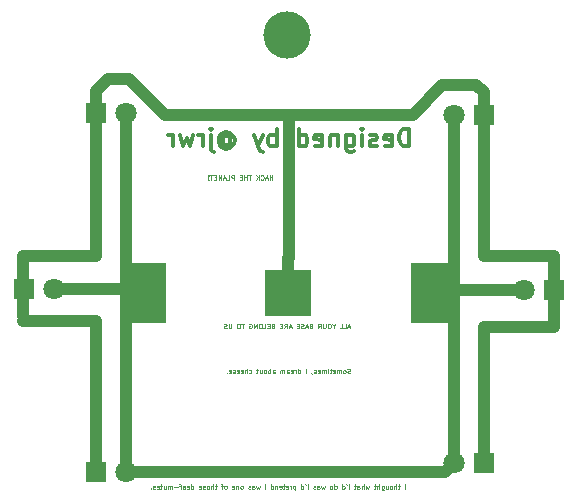
<source format=gbr>
G04 #@! TF.GenerationSoftware,KiCad,Pcbnew,(5.0.0)*
G04 #@! TF.CreationDate,2018-10-24T09:39:06-04:00*
G04 #@! TF.ProjectId,Interlock,496E7465726C6F636B2E6B696361645F,rev?*
G04 #@! TF.SameCoordinates,Original*
G04 #@! TF.FileFunction,Copper,L2,Bot,Signal*
G04 #@! TF.FilePolarity,Positive*
%FSLAX46Y46*%
G04 Gerber Fmt 4.6, Leading zero omitted, Abs format (unit mm)*
G04 Created by KiCad (PCBNEW (5.0.0)) date 10/24/18 09:39:06*
%MOMM*%
%LPD*%
G01*
G04 APERTURE LIST*
G04 #@! TA.AperFunction,NonConductor*
%ADD10C,0.100000*%
G04 #@! TD*
G04 #@! TA.AperFunction,NonConductor*
%ADD11C,0.300000*%
G04 #@! TD*
G04 #@! TA.AperFunction,SMDPad,CuDef*
%ADD12R,3.960000X3.960000*%
G04 #@! TD*
G04 #@! TA.AperFunction,SMDPad,CuDef*
%ADD13R,3.270000X5.080000*%
G04 #@! TD*
G04 #@! TA.AperFunction,ComponentPad*
%ADD14C,4.000000*%
G04 #@! TD*
G04 #@! TA.AperFunction,ComponentPad*
%ADD15C,1.800000*%
G04 #@! TD*
G04 #@! TA.AperFunction,ComponentPad*
%ADD16R,1.800000X1.800000*%
G04 #@! TD*
G04 #@! TA.AperFunction,Conductor*
%ADD17C,1.000000*%
G04 #@! TD*
G04 APERTURE END LIST*
D10*
X140118761Y-53012952D02*
X140118761Y-52612952D01*
X140118761Y-52803428D02*
X139890190Y-52803428D01*
X139890190Y-53012952D02*
X139890190Y-52612952D01*
X139718761Y-52898666D02*
X139528285Y-52898666D01*
X139756857Y-53012952D02*
X139623523Y-52612952D01*
X139490190Y-53012952D01*
X139128285Y-52974857D02*
X139147333Y-52993904D01*
X139204476Y-53012952D01*
X139242571Y-53012952D01*
X139299714Y-52993904D01*
X139337809Y-52955809D01*
X139356857Y-52917714D01*
X139375904Y-52841523D01*
X139375904Y-52784380D01*
X139356857Y-52708190D01*
X139337809Y-52670095D01*
X139299714Y-52632000D01*
X139242571Y-52612952D01*
X139204476Y-52612952D01*
X139147333Y-52632000D01*
X139128285Y-52651047D01*
X138956857Y-53012952D02*
X138956857Y-52612952D01*
X138728285Y-53012952D02*
X138899714Y-52784380D01*
X138728285Y-52612952D02*
X138956857Y-52841523D01*
X138309238Y-52612952D02*
X138080666Y-52612952D01*
X138194952Y-53012952D02*
X138194952Y-52612952D01*
X137947333Y-53012952D02*
X137947333Y-52612952D01*
X137947333Y-52803428D02*
X137718761Y-52803428D01*
X137718761Y-53012952D02*
X137718761Y-52612952D01*
X137528285Y-52803428D02*
X137394952Y-52803428D01*
X137337809Y-53012952D02*
X137528285Y-53012952D01*
X137528285Y-52612952D01*
X137337809Y-52612952D01*
X136861619Y-53012952D02*
X136861619Y-52612952D01*
X136709238Y-52612952D01*
X136671142Y-52632000D01*
X136652095Y-52651047D01*
X136633047Y-52689142D01*
X136633047Y-52746285D01*
X136652095Y-52784380D01*
X136671142Y-52803428D01*
X136709238Y-52822476D01*
X136861619Y-52822476D01*
X136271142Y-53012952D02*
X136461619Y-53012952D01*
X136461619Y-52612952D01*
X136156857Y-52898666D02*
X135966380Y-52898666D01*
X136194952Y-53012952D02*
X136061619Y-52612952D01*
X135928285Y-53012952D01*
X135794952Y-53012952D02*
X135794952Y-52612952D01*
X135566380Y-53012952D01*
X135566380Y-52612952D01*
X135375904Y-52803428D02*
X135242571Y-52803428D01*
X135185428Y-53012952D02*
X135375904Y-53012952D01*
X135375904Y-52612952D01*
X135185428Y-52612952D01*
X135071142Y-52612952D02*
X134842571Y-52612952D01*
X134956857Y-53012952D02*
X134956857Y-52612952D01*
X134709238Y-52974857D02*
X134690190Y-52993904D01*
X134709238Y-53012952D01*
X134728285Y-52993904D01*
X134709238Y-52974857D01*
X134709238Y-53012952D01*
X134709238Y-52860571D02*
X134728285Y-52632000D01*
X134709238Y-52612952D01*
X134690190Y-52632000D01*
X134709238Y-52860571D01*
X134709238Y-52612952D01*
X151341380Y-79174952D02*
X151341380Y-78774952D01*
X150903285Y-78908285D02*
X150750904Y-78908285D01*
X150846142Y-78774952D02*
X150846142Y-79117809D01*
X150827095Y-79155904D01*
X150789000Y-79174952D01*
X150750904Y-79174952D01*
X150617571Y-79174952D02*
X150617571Y-78774952D01*
X150446142Y-79174952D02*
X150446142Y-78965428D01*
X150465190Y-78927333D01*
X150503285Y-78908285D01*
X150560428Y-78908285D01*
X150598523Y-78927333D01*
X150617571Y-78946380D01*
X150198523Y-79174952D02*
X150236619Y-79155904D01*
X150255666Y-79136857D01*
X150274714Y-79098761D01*
X150274714Y-78984476D01*
X150255666Y-78946380D01*
X150236619Y-78927333D01*
X150198523Y-78908285D01*
X150141380Y-78908285D01*
X150103285Y-78927333D01*
X150084238Y-78946380D01*
X150065190Y-78984476D01*
X150065190Y-79098761D01*
X150084238Y-79136857D01*
X150103285Y-79155904D01*
X150141380Y-79174952D01*
X150198523Y-79174952D01*
X149722333Y-78908285D02*
X149722333Y-79174952D01*
X149893761Y-78908285D02*
X149893761Y-79117809D01*
X149874714Y-79155904D01*
X149836619Y-79174952D01*
X149779476Y-79174952D01*
X149741380Y-79155904D01*
X149722333Y-79136857D01*
X149360428Y-78908285D02*
X149360428Y-79232095D01*
X149379476Y-79270190D01*
X149398523Y-79289238D01*
X149436619Y-79308285D01*
X149493761Y-79308285D01*
X149531857Y-79289238D01*
X149360428Y-79155904D02*
X149398523Y-79174952D01*
X149474714Y-79174952D01*
X149512809Y-79155904D01*
X149531857Y-79136857D01*
X149550904Y-79098761D01*
X149550904Y-78984476D01*
X149531857Y-78946380D01*
X149512809Y-78927333D01*
X149474714Y-78908285D01*
X149398523Y-78908285D01*
X149360428Y-78927333D01*
X149169952Y-79174952D02*
X149169952Y-78774952D01*
X148998523Y-79174952D02*
X148998523Y-78965428D01*
X149017571Y-78927333D01*
X149055666Y-78908285D01*
X149112809Y-78908285D01*
X149150904Y-78927333D01*
X149169952Y-78946380D01*
X148865190Y-78908285D02*
X148712809Y-78908285D01*
X148808047Y-78774952D02*
X148808047Y-79117809D01*
X148789000Y-79155904D01*
X148750904Y-79174952D01*
X148712809Y-79174952D01*
X148312809Y-78908285D02*
X148236619Y-79174952D01*
X148160428Y-78984476D01*
X148084238Y-79174952D01*
X148008047Y-78908285D01*
X147855666Y-79174952D02*
X147855666Y-78774952D01*
X147684238Y-79174952D02*
X147684238Y-78965428D01*
X147703285Y-78927333D01*
X147741380Y-78908285D01*
X147798523Y-78908285D01*
X147836619Y-78927333D01*
X147855666Y-78946380D01*
X147322333Y-79174952D02*
X147322333Y-78965428D01*
X147341380Y-78927333D01*
X147379476Y-78908285D01*
X147455666Y-78908285D01*
X147493761Y-78927333D01*
X147322333Y-79155904D02*
X147360428Y-79174952D01*
X147455666Y-79174952D01*
X147493761Y-79155904D01*
X147512809Y-79117809D01*
X147512809Y-79079714D01*
X147493761Y-79041619D01*
X147455666Y-79022571D01*
X147360428Y-79022571D01*
X147322333Y-79003523D01*
X147189000Y-78908285D02*
X147036619Y-78908285D01*
X147131857Y-78774952D02*
X147131857Y-79117809D01*
X147112809Y-79155904D01*
X147074714Y-79174952D01*
X147036619Y-79174952D01*
X146598523Y-79174952D02*
X146598523Y-78774952D01*
X146389000Y-78774952D02*
X146427095Y-78851142D01*
X146046142Y-79174952D02*
X146046142Y-78774952D01*
X146046142Y-79155904D02*
X146084238Y-79174952D01*
X146160428Y-79174952D01*
X146198523Y-79155904D01*
X146217571Y-79136857D01*
X146236619Y-79098761D01*
X146236619Y-78984476D01*
X146217571Y-78946380D01*
X146198523Y-78927333D01*
X146160428Y-78908285D01*
X146084238Y-78908285D01*
X146046142Y-78927333D01*
X145379476Y-79174952D02*
X145379476Y-78774952D01*
X145379476Y-79155904D02*
X145417571Y-79174952D01*
X145493761Y-79174952D01*
X145531857Y-79155904D01*
X145550904Y-79136857D01*
X145569952Y-79098761D01*
X145569952Y-78984476D01*
X145550904Y-78946380D01*
X145531857Y-78927333D01*
X145493761Y-78908285D01*
X145417571Y-78908285D01*
X145379476Y-78927333D01*
X145131857Y-79174952D02*
X145169952Y-79155904D01*
X145189000Y-79136857D01*
X145208047Y-79098761D01*
X145208047Y-78984476D01*
X145189000Y-78946380D01*
X145169952Y-78927333D01*
X145131857Y-78908285D01*
X145074714Y-78908285D01*
X145036619Y-78927333D01*
X145017571Y-78946380D01*
X144998523Y-78984476D01*
X144998523Y-79098761D01*
X145017571Y-79136857D01*
X145036619Y-79155904D01*
X145074714Y-79174952D01*
X145131857Y-79174952D01*
X144560428Y-78908285D02*
X144484238Y-79174952D01*
X144408047Y-78984476D01*
X144331857Y-79174952D01*
X144255666Y-78908285D01*
X143931857Y-79174952D02*
X143931857Y-78965428D01*
X143950904Y-78927333D01*
X143989000Y-78908285D01*
X144065190Y-78908285D01*
X144103285Y-78927333D01*
X143931857Y-79155904D02*
X143969952Y-79174952D01*
X144065190Y-79174952D01*
X144103285Y-79155904D01*
X144122333Y-79117809D01*
X144122333Y-79079714D01*
X144103285Y-79041619D01*
X144065190Y-79022571D01*
X143969952Y-79022571D01*
X143931857Y-79003523D01*
X143760428Y-79155904D02*
X143722333Y-79174952D01*
X143646142Y-79174952D01*
X143608047Y-79155904D01*
X143589000Y-79117809D01*
X143589000Y-79098761D01*
X143608047Y-79060666D01*
X143646142Y-79041619D01*
X143703285Y-79041619D01*
X143741380Y-79022571D01*
X143760428Y-78984476D01*
X143760428Y-78965428D01*
X143741380Y-78927333D01*
X143703285Y-78908285D01*
X143646142Y-78908285D01*
X143608047Y-78927333D01*
X143112809Y-79174952D02*
X143112809Y-78774952D01*
X142903285Y-78774952D02*
X142941380Y-78851142D01*
X142560428Y-79174952D02*
X142560428Y-78774952D01*
X142560428Y-79155904D02*
X142598523Y-79174952D01*
X142674714Y-79174952D01*
X142712809Y-79155904D01*
X142731857Y-79136857D01*
X142750904Y-79098761D01*
X142750904Y-78984476D01*
X142731857Y-78946380D01*
X142712809Y-78927333D01*
X142674714Y-78908285D01*
X142598523Y-78908285D01*
X142560428Y-78927333D01*
X142065190Y-78908285D02*
X142065190Y-79308285D01*
X142065190Y-78927333D02*
X142027095Y-78908285D01*
X141950904Y-78908285D01*
X141912809Y-78927333D01*
X141893761Y-78946380D01*
X141874714Y-78984476D01*
X141874714Y-79098761D01*
X141893761Y-79136857D01*
X141912809Y-79155904D01*
X141950904Y-79174952D01*
X142027095Y-79174952D01*
X142065190Y-79155904D01*
X141703285Y-79174952D02*
X141703285Y-78908285D01*
X141703285Y-78984476D02*
X141684238Y-78946380D01*
X141665190Y-78927333D01*
X141627095Y-78908285D01*
X141589000Y-78908285D01*
X141303285Y-79155904D02*
X141341380Y-79174952D01*
X141417571Y-79174952D01*
X141455666Y-79155904D01*
X141474714Y-79117809D01*
X141474714Y-78965428D01*
X141455666Y-78927333D01*
X141417571Y-78908285D01*
X141341380Y-78908285D01*
X141303285Y-78927333D01*
X141284238Y-78965428D01*
X141284238Y-79003523D01*
X141474714Y-79041619D01*
X141169952Y-78908285D02*
X141017571Y-78908285D01*
X141112809Y-78774952D02*
X141112809Y-79117809D01*
X141093761Y-79155904D01*
X141055666Y-79174952D01*
X141017571Y-79174952D01*
X140731857Y-79155904D02*
X140769952Y-79174952D01*
X140846142Y-79174952D01*
X140884238Y-79155904D01*
X140903285Y-79117809D01*
X140903285Y-78965428D01*
X140884238Y-78927333D01*
X140846142Y-78908285D01*
X140769952Y-78908285D01*
X140731857Y-78927333D01*
X140712809Y-78965428D01*
X140712809Y-79003523D01*
X140903285Y-79041619D01*
X140541380Y-78908285D02*
X140541380Y-79174952D01*
X140541380Y-78946380D02*
X140522333Y-78927333D01*
X140484238Y-78908285D01*
X140427095Y-78908285D01*
X140389000Y-78927333D01*
X140369952Y-78965428D01*
X140369952Y-79174952D01*
X140008047Y-79174952D02*
X140008047Y-78774952D01*
X140008047Y-79155904D02*
X140046142Y-79174952D01*
X140122333Y-79174952D01*
X140160428Y-79155904D01*
X140179476Y-79136857D01*
X140198523Y-79098761D01*
X140198523Y-78984476D01*
X140179476Y-78946380D01*
X140160428Y-78927333D01*
X140122333Y-78908285D01*
X140046142Y-78908285D01*
X140008047Y-78927333D01*
X139512809Y-79174952D02*
X139512809Y-78774952D01*
X139055666Y-78908285D02*
X138979476Y-79174952D01*
X138903285Y-78984476D01*
X138827095Y-79174952D01*
X138750904Y-78908285D01*
X138427095Y-79174952D02*
X138427095Y-78965428D01*
X138446142Y-78927333D01*
X138484238Y-78908285D01*
X138560428Y-78908285D01*
X138598523Y-78927333D01*
X138427095Y-79155904D02*
X138465190Y-79174952D01*
X138560428Y-79174952D01*
X138598523Y-79155904D01*
X138617571Y-79117809D01*
X138617571Y-79079714D01*
X138598523Y-79041619D01*
X138560428Y-79022571D01*
X138465190Y-79022571D01*
X138427095Y-79003523D01*
X138255666Y-79155904D02*
X138217571Y-79174952D01*
X138141380Y-79174952D01*
X138103285Y-79155904D01*
X138084238Y-79117809D01*
X138084238Y-79098761D01*
X138103285Y-79060666D01*
X138141380Y-79041619D01*
X138198523Y-79041619D01*
X138236619Y-79022571D01*
X138255666Y-78984476D01*
X138255666Y-78965428D01*
X138236619Y-78927333D01*
X138198523Y-78908285D01*
X138141380Y-78908285D01*
X138103285Y-78927333D01*
X137550904Y-79174952D02*
X137589000Y-79155904D01*
X137608047Y-79136857D01*
X137627095Y-79098761D01*
X137627095Y-78984476D01*
X137608047Y-78946380D01*
X137589000Y-78927333D01*
X137550904Y-78908285D01*
X137493761Y-78908285D01*
X137455666Y-78927333D01*
X137436619Y-78946380D01*
X137417571Y-78984476D01*
X137417571Y-79098761D01*
X137436619Y-79136857D01*
X137455666Y-79155904D01*
X137493761Y-79174952D01*
X137550904Y-79174952D01*
X137246142Y-78908285D02*
X137246142Y-79174952D01*
X137246142Y-78946380D02*
X137227095Y-78927333D01*
X137189000Y-78908285D01*
X137131857Y-78908285D01*
X137093761Y-78927333D01*
X137074714Y-78965428D01*
X137074714Y-79174952D01*
X136731857Y-79155904D02*
X136769952Y-79174952D01*
X136846142Y-79174952D01*
X136884238Y-79155904D01*
X136903285Y-79117809D01*
X136903285Y-78965428D01*
X136884238Y-78927333D01*
X136846142Y-78908285D01*
X136769952Y-78908285D01*
X136731857Y-78927333D01*
X136712809Y-78965428D01*
X136712809Y-79003523D01*
X136903285Y-79041619D01*
X136179476Y-79174952D02*
X136217571Y-79155904D01*
X136236619Y-79136857D01*
X136255666Y-79098761D01*
X136255666Y-78984476D01*
X136236619Y-78946380D01*
X136217571Y-78927333D01*
X136179476Y-78908285D01*
X136122333Y-78908285D01*
X136084238Y-78927333D01*
X136065190Y-78946380D01*
X136046142Y-78984476D01*
X136046142Y-79098761D01*
X136065190Y-79136857D01*
X136084238Y-79155904D01*
X136122333Y-79174952D01*
X136179476Y-79174952D01*
X135931857Y-78908285D02*
X135779476Y-78908285D01*
X135874714Y-79174952D02*
X135874714Y-78832095D01*
X135855666Y-78794000D01*
X135817571Y-78774952D01*
X135779476Y-78774952D01*
X135398523Y-78908285D02*
X135246142Y-78908285D01*
X135341380Y-78774952D02*
X135341380Y-79117809D01*
X135322333Y-79155904D01*
X135284238Y-79174952D01*
X135246142Y-79174952D01*
X135112809Y-79174952D02*
X135112809Y-78774952D01*
X134941380Y-79174952D02*
X134941380Y-78965428D01*
X134960428Y-78927333D01*
X134998523Y-78908285D01*
X135055666Y-78908285D01*
X135093761Y-78927333D01*
X135112809Y-78946380D01*
X134693761Y-79174952D02*
X134731857Y-79155904D01*
X134750904Y-79136857D01*
X134769952Y-79098761D01*
X134769952Y-78984476D01*
X134750904Y-78946380D01*
X134731857Y-78927333D01*
X134693761Y-78908285D01*
X134636619Y-78908285D01*
X134598523Y-78927333D01*
X134579476Y-78946380D01*
X134560428Y-78984476D01*
X134560428Y-79098761D01*
X134579476Y-79136857D01*
X134598523Y-79155904D01*
X134636619Y-79174952D01*
X134693761Y-79174952D01*
X134408047Y-79155904D02*
X134369952Y-79174952D01*
X134293761Y-79174952D01*
X134255666Y-79155904D01*
X134236619Y-79117809D01*
X134236619Y-79098761D01*
X134255666Y-79060666D01*
X134293761Y-79041619D01*
X134350904Y-79041619D01*
X134389000Y-79022571D01*
X134408047Y-78984476D01*
X134408047Y-78965428D01*
X134389000Y-78927333D01*
X134350904Y-78908285D01*
X134293761Y-78908285D01*
X134255666Y-78927333D01*
X133912809Y-79155904D02*
X133950904Y-79174952D01*
X134027095Y-79174952D01*
X134065190Y-79155904D01*
X134084238Y-79117809D01*
X134084238Y-78965428D01*
X134065190Y-78927333D01*
X134027095Y-78908285D01*
X133950904Y-78908285D01*
X133912809Y-78927333D01*
X133893761Y-78965428D01*
X133893761Y-79003523D01*
X134084238Y-79041619D01*
X133246142Y-79174952D02*
X133246142Y-78774952D01*
X133246142Y-79155904D02*
X133284238Y-79174952D01*
X133360428Y-79174952D01*
X133398523Y-79155904D01*
X133417571Y-79136857D01*
X133436619Y-79098761D01*
X133436619Y-78984476D01*
X133417571Y-78946380D01*
X133398523Y-78927333D01*
X133360428Y-78908285D01*
X133284238Y-78908285D01*
X133246142Y-78927333D01*
X132903285Y-79155904D02*
X132941380Y-79174952D01*
X133017571Y-79174952D01*
X133055666Y-79155904D01*
X133074714Y-79117809D01*
X133074714Y-78965428D01*
X133055666Y-78927333D01*
X133017571Y-78908285D01*
X132941380Y-78908285D01*
X132903285Y-78927333D01*
X132884238Y-78965428D01*
X132884238Y-79003523D01*
X133074714Y-79041619D01*
X132541380Y-79174952D02*
X132541380Y-78965428D01*
X132560428Y-78927333D01*
X132598523Y-78908285D01*
X132674714Y-78908285D01*
X132712809Y-78927333D01*
X132541380Y-79155904D02*
X132579476Y-79174952D01*
X132674714Y-79174952D01*
X132712809Y-79155904D01*
X132731857Y-79117809D01*
X132731857Y-79079714D01*
X132712809Y-79041619D01*
X132674714Y-79022571D01*
X132579476Y-79022571D01*
X132541380Y-79003523D01*
X132408047Y-78908285D02*
X132255666Y-78908285D01*
X132350904Y-79174952D02*
X132350904Y-78832095D01*
X132331857Y-78794000D01*
X132293761Y-78774952D01*
X132255666Y-78774952D01*
X132122333Y-79022571D02*
X131817571Y-79022571D01*
X131627095Y-79174952D02*
X131627095Y-78908285D01*
X131627095Y-78946380D02*
X131608047Y-78927333D01*
X131569952Y-78908285D01*
X131512809Y-78908285D01*
X131474714Y-78927333D01*
X131455666Y-78965428D01*
X131455666Y-79174952D01*
X131455666Y-78965428D02*
X131436619Y-78927333D01*
X131398523Y-78908285D01*
X131341380Y-78908285D01*
X131303285Y-78927333D01*
X131284238Y-78965428D01*
X131284238Y-79174952D01*
X130922333Y-78908285D02*
X130922333Y-79174952D01*
X131093761Y-78908285D02*
X131093761Y-79117809D01*
X131074714Y-79155904D01*
X131036619Y-79174952D01*
X130979476Y-79174952D01*
X130941380Y-79155904D01*
X130922333Y-79136857D01*
X130789000Y-78908285D02*
X130636619Y-78908285D01*
X130731857Y-78774952D02*
X130731857Y-79117809D01*
X130712809Y-79155904D01*
X130674714Y-79174952D01*
X130636619Y-79174952D01*
X130350904Y-79155904D02*
X130389000Y-79174952D01*
X130465190Y-79174952D01*
X130503285Y-79155904D01*
X130522333Y-79117809D01*
X130522333Y-78965428D01*
X130503285Y-78927333D01*
X130465190Y-78908285D01*
X130389000Y-78908285D01*
X130350904Y-78927333D01*
X130331857Y-78965428D01*
X130331857Y-79003523D01*
X130522333Y-79041619D01*
X130179476Y-79155904D02*
X130141380Y-79174952D01*
X130065190Y-79174952D01*
X130027095Y-79155904D01*
X130008047Y-79117809D01*
X130008047Y-79098761D01*
X130027095Y-79060666D01*
X130065190Y-79041619D01*
X130122333Y-79041619D01*
X130160428Y-79022571D01*
X130179476Y-78984476D01*
X130179476Y-78965428D01*
X130160428Y-78927333D01*
X130122333Y-78908285D01*
X130065190Y-78908285D01*
X130027095Y-78927333D01*
X129836619Y-79136857D02*
X129817571Y-79155904D01*
X129836619Y-79174952D01*
X129855666Y-79155904D01*
X129836619Y-79136857D01*
X129836619Y-79174952D01*
X146693857Y-65471666D02*
X146503380Y-65471666D01*
X146731952Y-65585952D02*
X146598619Y-65185952D01*
X146465285Y-65585952D01*
X146141476Y-65585952D02*
X146331952Y-65585952D01*
X146331952Y-65185952D01*
X145817666Y-65585952D02*
X146008142Y-65585952D01*
X146008142Y-65185952D01*
X145303380Y-65395476D02*
X145303380Y-65585952D01*
X145436714Y-65185952D02*
X145303380Y-65395476D01*
X145170047Y-65185952D01*
X144960523Y-65185952D02*
X144884333Y-65185952D01*
X144846238Y-65205000D01*
X144808142Y-65243095D01*
X144789095Y-65319285D01*
X144789095Y-65452619D01*
X144808142Y-65528809D01*
X144846238Y-65566904D01*
X144884333Y-65585952D01*
X144960523Y-65585952D01*
X144998619Y-65566904D01*
X145036714Y-65528809D01*
X145055761Y-65452619D01*
X145055761Y-65319285D01*
X145036714Y-65243095D01*
X144998619Y-65205000D01*
X144960523Y-65185952D01*
X144617666Y-65185952D02*
X144617666Y-65509761D01*
X144598619Y-65547857D01*
X144579571Y-65566904D01*
X144541476Y-65585952D01*
X144465285Y-65585952D01*
X144427190Y-65566904D01*
X144408142Y-65547857D01*
X144389095Y-65509761D01*
X144389095Y-65185952D01*
X143970047Y-65585952D02*
X144103380Y-65395476D01*
X144198619Y-65585952D02*
X144198619Y-65185952D01*
X144046238Y-65185952D01*
X144008142Y-65205000D01*
X143989095Y-65224047D01*
X143970047Y-65262142D01*
X143970047Y-65319285D01*
X143989095Y-65357380D01*
X144008142Y-65376428D01*
X144046238Y-65395476D01*
X144198619Y-65395476D01*
X143360523Y-65376428D02*
X143303380Y-65395476D01*
X143284333Y-65414523D01*
X143265285Y-65452619D01*
X143265285Y-65509761D01*
X143284333Y-65547857D01*
X143303380Y-65566904D01*
X143341476Y-65585952D01*
X143493857Y-65585952D01*
X143493857Y-65185952D01*
X143360523Y-65185952D01*
X143322428Y-65205000D01*
X143303380Y-65224047D01*
X143284333Y-65262142D01*
X143284333Y-65300238D01*
X143303380Y-65338333D01*
X143322428Y-65357380D01*
X143360523Y-65376428D01*
X143493857Y-65376428D01*
X143112904Y-65471666D02*
X142922428Y-65471666D01*
X143151000Y-65585952D02*
X143017666Y-65185952D01*
X142884333Y-65585952D01*
X142770047Y-65566904D02*
X142712904Y-65585952D01*
X142617666Y-65585952D01*
X142579571Y-65566904D01*
X142560523Y-65547857D01*
X142541476Y-65509761D01*
X142541476Y-65471666D01*
X142560523Y-65433571D01*
X142579571Y-65414523D01*
X142617666Y-65395476D01*
X142693857Y-65376428D01*
X142731952Y-65357380D01*
X142751000Y-65338333D01*
X142770047Y-65300238D01*
X142770047Y-65262142D01*
X142751000Y-65224047D01*
X142731952Y-65205000D01*
X142693857Y-65185952D01*
X142598619Y-65185952D01*
X142541476Y-65205000D01*
X142370047Y-65376428D02*
X142236714Y-65376428D01*
X142179571Y-65585952D02*
X142370047Y-65585952D01*
X142370047Y-65185952D01*
X142179571Y-65185952D01*
X141722428Y-65471666D02*
X141531952Y-65471666D01*
X141760523Y-65585952D02*
X141627190Y-65185952D01*
X141493857Y-65585952D01*
X141131952Y-65585952D02*
X141265285Y-65395476D01*
X141360523Y-65585952D02*
X141360523Y-65185952D01*
X141208142Y-65185952D01*
X141170047Y-65205000D01*
X141151000Y-65224047D01*
X141131952Y-65262142D01*
X141131952Y-65319285D01*
X141151000Y-65357380D01*
X141170047Y-65376428D01*
X141208142Y-65395476D01*
X141360523Y-65395476D01*
X140960523Y-65376428D02*
X140827190Y-65376428D01*
X140770047Y-65585952D02*
X140960523Y-65585952D01*
X140960523Y-65185952D01*
X140770047Y-65185952D01*
X140160523Y-65376428D02*
X140103380Y-65395476D01*
X140084333Y-65414523D01*
X140065285Y-65452619D01*
X140065285Y-65509761D01*
X140084333Y-65547857D01*
X140103380Y-65566904D01*
X140141476Y-65585952D01*
X140293857Y-65585952D01*
X140293857Y-65185952D01*
X140160523Y-65185952D01*
X140122428Y-65205000D01*
X140103380Y-65224047D01*
X140084333Y-65262142D01*
X140084333Y-65300238D01*
X140103380Y-65338333D01*
X140122428Y-65357380D01*
X140160523Y-65376428D01*
X140293857Y-65376428D01*
X139893857Y-65376428D02*
X139760523Y-65376428D01*
X139703380Y-65585952D02*
X139893857Y-65585952D01*
X139893857Y-65185952D01*
X139703380Y-65185952D01*
X139341476Y-65585952D02*
X139531952Y-65585952D01*
X139531952Y-65185952D01*
X139131952Y-65185952D02*
X139055761Y-65185952D01*
X139017666Y-65205000D01*
X138979571Y-65243095D01*
X138960523Y-65319285D01*
X138960523Y-65452619D01*
X138979571Y-65528809D01*
X139017666Y-65566904D01*
X139055761Y-65585952D01*
X139131952Y-65585952D01*
X139170047Y-65566904D01*
X139208142Y-65528809D01*
X139227190Y-65452619D01*
X139227190Y-65319285D01*
X139208142Y-65243095D01*
X139170047Y-65205000D01*
X139131952Y-65185952D01*
X138789095Y-65585952D02*
X138789095Y-65185952D01*
X138560523Y-65585952D01*
X138560523Y-65185952D01*
X138160523Y-65205000D02*
X138198619Y-65185952D01*
X138255761Y-65185952D01*
X138312904Y-65205000D01*
X138351000Y-65243095D01*
X138370047Y-65281190D01*
X138389095Y-65357380D01*
X138389095Y-65414523D01*
X138370047Y-65490714D01*
X138351000Y-65528809D01*
X138312904Y-65566904D01*
X138255761Y-65585952D01*
X138217666Y-65585952D01*
X138160523Y-65566904D01*
X138141476Y-65547857D01*
X138141476Y-65414523D01*
X138217666Y-65414523D01*
X137722428Y-65185952D02*
X137493857Y-65185952D01*
X137608142Y-65585952D02*
X137608142Y-65185952D01*
X137284333Y-65185952D02*
X137208142Y-65185952D01*
X137170047Y-65205000D01*
X137131952Y-65243095D01*
X137112904Y-65319285D01*
X137112904Y-65452619D01*
X137131952Y-65528809D01*
X137170047Y-65566904D01*
X137208142Y-65585952D01*
X137284333Y-65585952D01*
X137322428Y-65566904D01*
X137360523Y-65528809D01*
X137379571Y-65452619D01*
X137379571Y-65319285D01*
X137360523Y-65243095D01*
X137322428Y-65205000D01*
X137284333Y-65185952D01*
X136636714Y-65185952D02*
X136636714Y-65509761D01*
X136617666Y-65547857D01*
X136598619Y-65566904D01*
X136560523Y-65585952D01*
X136484333Y-65585952D01*
X136446238Y-65566904D01*
X136427190Y-65547857D01*
X136408142Y-65509761D01*
X136408142Y-65185952D01*
X136236714Y-65566904D02*
X136179571Y-65585952D01*
X136084333Y-65585952D01*
X136046238Y-65566904D01*
X136027190Y-65547857D01*
X136008142Y-65509761D01*
X136008142Y-65471666D01*
X136027190Y-65433571D01*
X136046238Y-65414523D01*
X136084333Y-65395476D01*
X136160523Y-65376428D01*
X136198619Y-65357380D01*
X136217666Y-65338333D01*
X136236714Y-65300238D01*
X136236714Y-65262142D01*
X136217666Y-65224047D01*
X136198619Y-65205000D01*
X136160523Y-65185952D01*
X136065285Y-65185952D01*
X136008142Y-65205000D01*
X146706571Y-69376904D02*
X146649428Y-69395952D01*
X146554190Y-69395952D01*
X146516095Y-69376904D01*
X146497047Y-69357857D01*
X146478000Y-69319761D01*
X146478000Y-69281666D01*
X146497047Y-69243571D01*
X146516095Y-69224523D01*
X146554190Y-69205476D01*
X146630380Y-69186428D01*
X146668476Y-69167380D01*
X146687523Y-69148333D01*
X146706571Y-69110238D01*
X146706571Y-69072142D01*
X146687523Y-69034047D01*
X146668476Y-69015000D01*
X146630380Y-68995952D01*
X146535142Y-68995952D01*
X146478000Y-69015000D01*
X146249428Y-69395952D02*
X146287523Y-69376904D01*
X146306571Y-69357857D01*
X146325619Y-69319761D01*
X146325619Y-69205476D01*
X146306571Y-69167380D01*
X146287523Y-69148333D01*
X146249428Y-69129285D01*
X146192285Y-69129285D01*
X146154190Y-69148333D01*
X146135142Y-69167380D01*
X146116095Y-69205476D01*
X146116095Y-69319761D01*
X146135142Y-69357857D01*
X146154190Y-69376904D01*
X146192285Y-69395952D01*
X146249428Y-69395952D01*
X145944666Y-69395952D02*
X145944666Y-69129285D01*
X145944666Y-69167380D02*
X145925619Y-69148333D01*
X145887523Y-69129285D01*
X145830380Y-69129285D01*
X145792285Y-69148333D01*
X145773238Y-69186428D01*
X145773238Y-69395952D01*
X145773238Y-69186428D02*
X145754190Y-69148333D01*
X145716095Y-69129285D01*
X145658952Y-69129285D01*
X145620857Y-69148333D01*
X145601809Y-69186428D01*
X145601809Y-69395952D01*
X145258952Y-69376904D02*
X145297047Y-69395952D01*
X145373238Y-69395952D01*
X145411333Y-69376904D01*
X145430380Y-69338809D01*
X145430380Y-69186428D01*
X145411333Y-69148333D01*
X145373238Y-69129285D01*
X145297047Y-69129285D01*
X145258952Y-69148333D01*
X145239904Y-69186428D01*
X145239904Y-69224523D01*
X145430380Y-69262619D01*
X145125619Y-69129285D02*
X144973238Y-69129285D01*
X145068476Y-68995952D02*
X145068476Y-69338809D01*
X145049428Y-69376904D01*
X145011333Y-69395952D01*
X144973238Y-69395952D01*
X144839904Y-69395952D02*
X144839904Y-69129285D01*
X144839904Y-68995952D02*
X144858952Y-69015000D01*
X144839904Y-69034047D01*
X144820857Y-69015000D01*
X144839904Y-68995952D01*
X144839904Y-69034047D01*
X144649428Y-69395952D02*
X144649428Y-69129285D01*
X144649428Y-69167380D02*
X144630380Y-69148333D01*
X144592285Y-69129285D01*
X144535142Y-69129285D01*
X144497047Y-69148333D01*
X144478000Y-69186428D01*
X144478000Y-69395952D01*
X144478000Y-69186428D02*
X144458952Y-69148333D01*
X144420857Y-69129285D01*
X144363714Y-69129285D01*
X144325619Y-69148333D01*
X144306571Y-69186428D01*
X144306571Y-69395952D01*
X143963714Y-69376904D02*
X144001809Y-69395952D01*
X144078000Y-69395952D01*
X144116095Y-69376904D01*
X144135142Y-69338809D01*
X144135142Y-69186428D01*
X144116095Y-69148333D01*
X144078000Y-69129285D01*
X144001809Y-69129285D01*
X143963714Y-69148333D01*
X143944666Y-69186428D01*
X143944666Y-69224523D01*
X144135142Y-69262619D01*
X143792285Y-69376904D02*
X143754190Y-69395952D01*
X143678000Y-69395952D01*
X143639904Y-69376904D01*
X143620857Y-69338809D01*
X143620857Y-69319761D01*
X143639904Y-69281666D01*
X143678000Y-69262619D01*
X143735142Y-69262619D01*
X143773238Y-69243571D01*
X143792285Y-69205476D01*
X143792285Y-69186428D01*
X143773238Y-69148333D01*
X143735142Y-69129285D01*
X143678000Y-69129285D01*
X143639904Y-69148333D01*
X143430380Y-69376904D02*
X143430380Y-69395952D01*
X143449428Y-69434047D01*
X143468476Y-69453095D01*
X142954190Y-69395952D02*
X142954190Y-68995952D01*
X142287523Y-69395952D02*
X142287523Y-68995952D01*
X142287523Y-69376904D02*
X142325619Y-69395952D01*
X142401809Y-69395952D01*
X142439904Y-69376904D01*
X142458952Y-69357857D01*
X142478000Y-69319761D01*
X142478000Y-69205476D01*
X142458952Y-69167380D01*
X142439904Y-69148333D01*
X142401809Y-69129285D01*
X142325619Y-69129285D01*
X142287523Y-69148333D01*
X142097047Y-69395952D02*
X142097047Y-69129285D01*
X142097047Y-69205476D02*
X142078000Y-69167380D01*
X142058952Y-69148333D01*
X142020857Y-69129285D01*
X141982761Y-69129285D01*
X141697047Y-69376904D02*
X141735142Y-69395952D01*
X141811333Y-69395952D01*
X141849428Y-69376904D01*
X141868476Y-69338809D01*
X141868476Y-69186428D01*
X141849428Y-69148333D01*
X141811333Y-69129285D01*
X141735142Y-69129285D01*
X141697047Y-69148333D01*
X141678000Y-69186428D01*
X141678000Y-69224523D01*
X141868476Y-69262619D01*
X141335142Y-69395952D02*
X141335142Y-69186428D01*
X141354190Y-69148333D01*
X141392285Y-69129285D01*
X141468476Y-69129285D01*
X141506571Y-69148333D01*
X141335142Y-69376904D02*
X141373238Y-69395952D01*
X141468476Y-69395952D01*
X141506571Y-69376904D01*
X141525619Y-69338809D01*
X141525619Y-69300714D01*
X141506571Y-69262619D01*
X141468476Y-69243571D01*
X141373238Y-69243571D01*
X141335142Y-69224523D01*
X141144666Y-69395952D02*
X141144666Y-69129285D01*
X141144666Y-69167380D02*
X141125619Y-69148333D01*
X141087523Y-69129285D01*
X141030380Y-69129285D01*
X140992285Y-69148333D01*
X140973238Y-69186428D01*
X140973238Y-69395952D01*
X140973238Y-69186428D02*
X140954190Y-69148333D01*
X140916095Y-69129285D01*
X140858952Y-69129285D01*
X140820857Y-69148333D01*
X140801809Y-69186428D01*
X140801809Y-69395952D01*
X140135142Y-69395952D02*
X140135142Y-69186428D01*
X140154190Y-69148333D01*
X140192285Y-69129285D01*
X140268476Y-69129285D01*
X140306571Y-69148333D01*
X140135142Y-69376904D02*
X140173238Y-69395952D01*
X140268476Y-69395952D01*
X140306571Y-69376904D01*
X140325619Y-69338809D01*
X140325619Y-69300714D01*
X140306571Y-69262619D01*
X140268476Y-69243571D01*
X140173238Y-69243571D01*
X140135142Y-69224523D01*
X139944666Y-69395952D02*
X139944666Y-68995952D01*
X139944666Y-69148333D02*
X139906571Y-69129285D01*
X139830380Y-69129285D01*
X139792285Y-69148333D01*
X139773238Y-69167380D01*
X139754190Y-69205476D01*
X139754190Y-69319761D01*
X139773238Y-69357857D01*
X139792285Y-69376904D01*
X139830380Y-69395952D01*
X139906571Y-69395952D01*
X139944666Y-69376904D01*
X139525619Y-69395952D02*
X139563714Y-69376904D01*
X139582761Y-69357857D01*
X139601809Y-69319761D01*
X139601809Y-69205476D01*
X139582761Y-69167380D01*
X139563714Y-69148333D01*
X139525619Y-69129285D01*
X139468476Y-69129285D01*
X139430380Y-69148333D01*
X139411333Y-69167380D01*
X139392285Y-69205476D01*
X139392285Y-69319761D01*
X139411333Y-69357857D01*
X139430380Y-69376904D01*
X139468476Y-69395952D01*
X139525619Y-69395952D01*
X139049428Y-69129285D02*
X139049428Y-69395952D01*
X139220857Y-69129285D02*
X139220857Y-69338809D01*
X139201809Y-69376904D01*
X139163714Y-69395952D01*
X139106571Y-69395952D01*
X139068476Y-69376904D01*
X139049428Y-69357857D01*
X138916095Y-69129285D02*
X138763714Y-69129285D01*
X138858952Y-68995952D02*
X138858952Y-69338809D01*
X138839904Y-69376904D01*
X138801809Y-69395952D01*
X138763714Y-69395952D01*
X138154190Y-69376904D02*
X138192285Y-69395952D01*
X138268476Y-69395952D01*
X138306571Y-69376904D01*
X138325619Y-69357857D01*
X138344666Y-69319761D01*
X138344666Y-69205476D01*
X138325619Y-69167380D01*
X138306571Y-69148333D01*
X138268476Y-69129285D01*
X138192285Y-69129285D01*
X138154190Y-69148333D01*
X137982761Y-69395952D02*
X137982761Y-68995952D01*
X137811333Y-69395952D02*
X137811333Y-69186428D01*
X137830380Y-69148333D01*
X137868476Y-69129285D01*
X137925619Y-69129285D01*
X137963714Y-69148333D01*
X137982761Y-69167380D01*
X137468476Y-69376904D02*
X137506571Y-69395952D01*
X137582761Y-69395952D01*
X137620857Y-69376904D01*
X137639904Y-69338809D01*
X137639904Y-69186428D01*
X137620857Y-69148333D01*
X137582761Y-69129285D01*
X137506571Y-69129285D01*
X137468476Y-69148333D01*
X137449428Y-69186428D01*
X137449428Y-69224523D01*
X137639904Y-69262619D01*
X137125619Y-69376904D02*
X137163714Y-69395952D01*
X137239904Y-69395952D01*
X137278000Y-69376904D01*
X137297047Y-69338809D01*
X137297047Y-69186428D01*
X137278000Y-69148333D01*
X137239904Y-69129285D01*
X137163714Y-69129285D01*
X137125619Y-69148333D01*
X137106571Y-69186428D01*
X137106571Y-69224523D01*
X137297047Y-69262619D01*
X136954190Y-69376904D02*
X136916095Y-69395952D01*
X136839904Y-69395952D01*
X136801809Y-69376904D01*
X136782761Y-69338809D01*
X136782761Y-69319761D01*
X136801809Y-69281666D01*
X136839904Y-69262619D01*
X136897047Y-69262619D01*
X136935142Y-69243571D01*
X136954190Y-69205476D01*
X136954190Y-69186428D01*
X136935142Y-69148333D01*
X136897047Y-69129285D01*
X136839904Y-69129285D01*
X136801809Y-69148333D01*
X136458952Y-69376904D02*
X136497047Y-69395952D01*
X136573238Y-69395952D01*
X136611333Y-69376904D01*
X136630380Y-69338809D01*
X136630380Y-69186428D01*
X136611333Y-69148333D01*
X136573238Y-69129285D01*
X136497047Y-69129285D01*
X136458952Y-69148333D01*
X136439904Y-69186428D01*
X136439904Y-69224523D01*
X136630380Y-69262619D01*
X136268476Y-69357857D02*
X136249428Y-69376904D01*
X136268476Y-69395952D01*
X136287523Y-69376904D01*
X136268476Y-69357857D01*
X136268476Y-69395952D01*
D11*
X151712142Y-50178571D02*
X151712142Y-48678571D01*
X151355000Y-48678571D01*
X151140714Y-48750000D01*
X150997857Y-48892857D01*
X150926428Y-49035714D01*
X150855000Y-49321428D01*
X150855000Y-49535714D01*
X150926428Y-49821428D01*
X150997857Y-49964285D01*
X151140714Y-50107142D01*
X151355000Y-50178571D01*
X151712142Y-50178571D01*
X149640714Y-50107142D02*
X149783571Y-50178571D01*
X150069285Y-50178571D01*
X150212142Y-50107142D01*
X150283571Y-49964285D01*
X150283571Y-49392857D01*
X150212142Y-49250000D01*
X150069285Y-49178571D01*
X149783571Y-49178571D01*
X149640714Y-49250000D01*
X149569285Y-49392857D01*
X149569285Y-49535714D01*
X150283571Y-49678571D01*
X148997857Y-50107142D02*
X148855000Y-50178571D01*
X148569285Y-50178571D01*
X148426428Y-50107142D01*
X148355000Y-49964285D01*
X148355000Y-49892857D01*
X148426428Y-49750000D01*
X148569285Y-49678571D01*
X148783571Y-49678571D01*
X148926428Y-49607142D01*
X148997857Y-49464285D01*
X148997857Y-49392857D01*
X148926428Y-49250000D01*
X148783571Y-49178571D01*
X148569285Y-49178571D01*
X148426428Y-49250000D01*
X147712142Y-50178571D02*
X147712142Y-49178571D01*
X147712142Y-48678571D02*
X147783571Y-48750000D01*
X147712142Y-48821428D01*
X147640714Y-48750000D01*
X147712142Y-48678571D01*
X147712142Y-48821428D01*
X146355000Y-49178571D02*
X146355000Y-50392857D01*
X146426428Y-50535714D01*
X146497857Y-50607142D01*
X146640714Y-50678571D01*
X146855000Y-50678571D01*
X146997857Y-50607142D01*
X146355000Y-50107142D02*
X146497857Y-50178571D01*
X146783571Y-50178571D01*
X146926428Y-50107142D01*
X146997857Y-50035714D01*
X147069285Y-49892857D01*
X147069285Y-49464285D01*
X146997857Y-49321428D01*
X146926428Y-49250000D01*
X146783571Y-49178571D01*
X146497857Y-49178571D01*
X146355000Y-49250000D01*
X145640714Y-49178571D02*
X145640714Y-50178571D01*
X145640714Y-49321428D02*
X145569285Y-49250000D01*
X145426428Y-49178571D01*
X145212142Y-49178571D01*
X145069285Y-49250000D01*
X144997857Y-49392857D01*
X144997857Y-50178571D01*
X143712142Y-50107142D02*
X143855000Y-50178571D01*
X144140714Y-50178571D01*
X144283571Y-50107142D01*
X144355000Y-49964285D01*
X144355000Y-49392857D01*
X144283571Y-49250000D01*
X144140714Y-49178571D01*
X143855000Y-49178571D01*
X143712142Y-49250000D01*
X143640714Y-49392857D01*
X143640714Y-49535714D01*
X144355000Y-49678571D01*
X142355000Y-50178571D02*
X142355000Y-48678571D01*
X142355000Y-50107142D02*
X142497857Y-50178571D01*
X142783571Y-50178571D01*
X142926428Y-50107142D01*
X142997857Y-50035714D01*
X143069285Y-49892857D01*
X143069285Y-49464285D01*
X142997857Y-49321428D01*
X142926428Y-49250000D01*
X142783571Y-49178571D01*
X142497857Y-49178571D01*
X142355000Y-49250000D01*
X140497857Y-50178571D02*
X140497857Y-48678571D01*
X140497857Y-49250000D02*
X140355000Y-49178571D01*
X140069285Y-49178571D01*
X139926428Y-49250000D01*
X139855000Y-49321428D01*
X139783571Y-49464285D01*
X139783571Y-49892857D01*
X139855000Y-50035714D01*
X139926428Y-50107142D01*
X140069285Y-50178571D01*
X140355000Y-50178571D01*
X140497857Y-50107142D01*
X139283571Y-49178571D02*
X138926428Y-50178571D01*
X138569285Y-49178571D02*
X138926428Y-50178571D01*
X139069285Y-50535714D01*
X139140714Y-50607142D01*
X139283571Y-50678571D01*
X135926428Y-49464285D02*
X135997857Y-49392857D01*
X136140714Y-49321428D01*
X136283571Y-49321428D01*
X136426428Y-49392857D01*
X136497857Y-49464285D01*
X136569285Y-49607142D01*
X136569285Y-49750000D01*
X136497857Y-49892857D01*
X136426428Y-49964285D01*
X136283571Y-50035714D01*
X136140714Y-50035714D01*
X135997857Y-49964285D01*
X135926428Y-49892857D01*
X135926428Y-49321428D02*
X135926428Y-49892857D01*
X135855000Y-49964285D01*
X135783571Y-49964285D01*
X135640714Y-49892857D01*
X135569285Y-49750000D01*
X135569285Y-49392857D01*
X135712142Y-49178571D01*
X135926428Y-49035714D01*
X136212142Y-48964285D01*
X136497857Y-49035714D01*
X136712142Y-49178571D01*
X136855000Y-49392857D01*
X136926428Y-49678571D01*
X136855000Y-49964285D01*
X136712142Y-50178571D01*
X136497857Y-50321428D01*
X136212142Y-50392857D01*
X135926428Y-50321428D01*
X135712142Y-50178571D01*
X134926428Y-49178571D02*
X134926428Y-50464285D01*
X134997857Y-50607142D01*
X135140714Y-50678571D01*
X135212142Y-50678571D01*
X134926428Y-48678571D02*
X134997857Y-48750000D01*
X134926428Y-48821428D01*
X134855000Y-48750000D01*
X134926428Y-48678571D01*
X134926428Y-48821428D01*
X134212142Y-50178571D02*
X134212142Y-49178571D01*
X134212142Y-49464285D02*
X134140714Y-49321428D01*
X134069285Y-49250000D01*
X133926428Y-49178571D01*
X133783571Y-49178571D01*
X133426428Y-49178571D02*
X133140714Y-50178571D01*
X132855000Y-49464285D01*
X132569285Y-50178571D01*
X132283571Y-49178571D01*
X131712142Y-50178571D02*
X131712142Y-49178571D01*
X131712142Y-49464285D02*
X131640714Y-49321428D01*
X131569285Y-49250000D01*
X131426428Y-49178571D01*
X131283571Y-49178571D01*
D12*
G04 #@! TO.P,,2*
G04 #@! TO.N,Net-(BT2032-Pad2)*
X141478000Y-62611000D03*
D13*
G04 #@! TO.P,,1*
G04 #@! TO.N,Net-(BT2032-Pad1)*
X153478000Y-62611000D03*
X129478000Y-62611000D03*
G04 #@! TD*
D14*
G04 #@! TO.P,,1*
G04 #@! TO.N,N/C*
X141351000Y-40767000D03*
G04 #@! TD*
D15*
G04 #@! TO.P,,2*
G04 #@! TO.N,Net-(BT2032-Pad1)*
X155460000Y-47500000D03*
D16*
G04 #@! TO.P,,1*
G04 #@! TO.N,Net-(BT2032-Pad2)*
X158000000Y-47500000D03*
G04 #@! TD*
G04 #@! TO.P,,1*
G04 #@! TO.N,Net-(BT2032-Pad2)*
X158000000Y-77000000D03*
D15*
G04 #@! TO.P,,2*
G04 #@! TO.N,Net-(BT2032-Pad1)*
X155460000Y-77000000D03*
G04 #@! TD*
G04 #@! TO.P,,2*
G04 #@! TO.N,Net-(BT2032-Pad1)*
X121666000Y-62230000D03*
D16*
G04 #@! TO.P,,1*
G04 #@! TO.N,Net-(BT2032-Pad2)*
X119126000Y-62230000D03*
G04 #@! TD*
G04 #@! TO.P,,1*
G04 #@! TO.N,Net-(BT2032-Pad2)*
X164000000Y-62357000D03*
D15*
G04 #@! TO.P,,2*
G04 #@! TO.N,Net-(BT2032-Pad1)*
X161460000Y-62357000D03*
G04 #@! TD*
G04 #@! TO.P,,2*
G04 #@! TO.N,Net-(BT2032-Pad1)*
X127762000Y-77724000D03*
D16*
G04 #@! TO.P,,1*
G04 #@! TO.N,Net-(BT2032-Pad2)*
X125222000Y-77724000D03*
G04 #@! TD*
G04 #@! TO.P,,1*
G04 #@! TO.N,Net-(BT2032-Pad2)*
X125222000Y-47371000D03*
D15*
G04 #@! TO.P,,2*
G04 #@! TO.N,Net-(BT2032-Pad1)*
X127762000Y-47371000D03*
G04 #@! TD*
D17*
G04 #@! TO.N,Net-(BT2032-Pad2)*
X119297998Y-62230000D02*
X119126000Y-62230000D01*
X125222000Y-65000000D02*
X119000000Y-65000000D01*
X158000000Y-47500000D02*
X158000000Y-59500000D01*
X119000000Y-64500000D02*
X119000000Y-59500000D01*
X119000000Y-59500000D02*
X125222000Y-59500000D01*
X125222000Y-59500000D02*
X125222000Y-47371000D01*
X158000000Y-65500000D02*
X164000000Y-65500000D01*
X158000000Y-59500000D02*
X164000000Y-59500000D01*
X157400000Y-45000000D02*
X158000000Y-45600000D01*
X141500000Y-47500000D02*
X152000000Y-47500000D01*
X154500000Y-45000000D02*
X157400000Y-45000000D01*
X158000000Y-45600000D02*
X158000000Y-47500000D01*
X152000000Y-47500000D02*
X154500000Y-45000000D01*
X128000000Y-44500000D02*
X126193000Y-44500000D01*
X131000000Y-47500000D02*
X128000000Y-44500000D01*
X141500000Y-47500000D02*
X131000000Y-47500000D01*
X164000000Y-65500000D02*
X164000000Y-62357000D01*
X141500000Y-59609000D02*
X141500000Y-47500000D01*
X126193000Y-44500000D02*
X125222000Y-45471000D01*
X141478000Y-59631000D02*
X141500000Y-59609000D01*
X125222000Y-45471000D02*
X125222000Y-47371000D01*
X141478000Y-62611000D02*
X141478000Y-59631000D01*
X164000000Y-59500000D02*
X164000000Y-62357000D01*
X125222000Y-77724000D02*
X125222000Y-65000000D01*
X158000000Y-77000000D02*
X158000000Y-65500000D01*
G04 #@! TO.N,Net-(BT2032-Pad1)*
X127762000Y-77724000D02*
X154776000Y-77724000D01*
X154776000Y-77724000D02*
X155500000Y-77000000D01*
X127762000Y-62230000D02*
X127762000Y-77724000D01*
X127762000Y-47371000D02*
X127762000Y-62230000D01*
X161460000Y-62357000D02*
X153732000Y-62357000D01*
X153732000Y-62357000D02*
X153478000Y-62611000D01*
X121666000Y-62230000D02*
X127000000Y-62230000D01*
X127000000Y-62230000D02*
X127762000Y-62230000D01*
X153567000Y-62700000D02*
X153478000Y-62611000D01*
X155460000Y-62700000D02*
X153567000Y-62700000D01*
X155460000Y-62700000D02*
X155460000Y-77000000D01*
X155460000Y-47500000D02*
X155460000Y-62700000D01*
X129097000Y-62230000D02*
X129478000Y-62611000D01*
X127000000Y-62230000D02*
X129097000Y-62230000D01*
G04 #@! TD*
M02*

</source>
